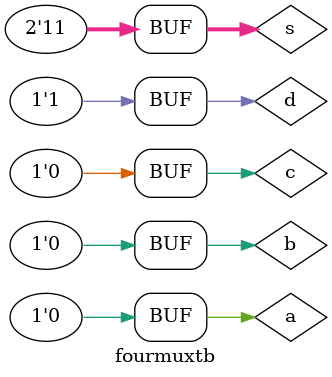
<source format=v>

module fourmuxtb;
  reg a, b, c, d;
  reg [1:0] s;
  wire y;

  fourmux uut(.a(a), .b(b), .c(c), .d(d), .s(s), .y(y));

  initial begin
    a = 0; b = 0; c = 0; d = 0; s = 2'b00; 
    #10;
    a = 1;b = 0;c = 0;d = 0;s =2'b00;#10; 
    a = 0;b = 1;c = 0;d = 0;s =2'b01; #10; 
    a = 0;b = 0;c = 1;d = 0;s =2'b10; #10; 
    a = 0;b = 0;c = 0;d = 1;s =2'b11; #10; 
    
  end
endmodule

</source>
